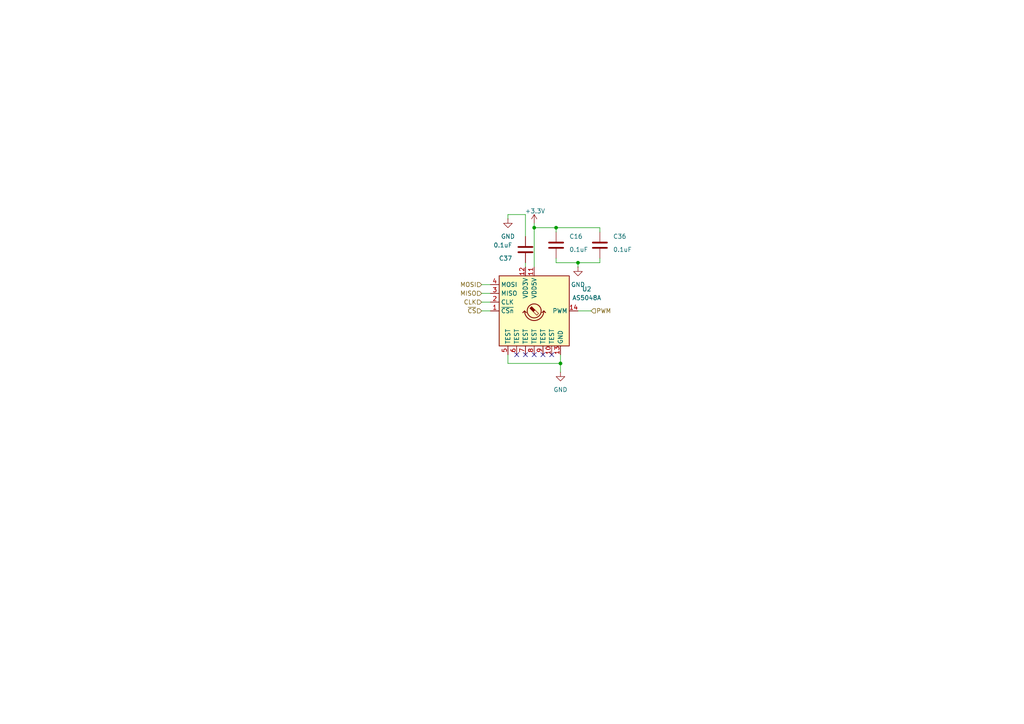
<source format=kicad_sch>
(kicad_sch (version 20231120) (generator "eeschema") (generator_version "8.0")
  (paper "A4")
  (lib_symbols
    (symbol "Device:C" (pin_numbers hide) (pin_names (offset 0.254))
      (property "Reference" "C" (at 0.635 2.54 0))
      (property "Value" "C" (at 0.635 -2.54 0))
      (symbol "C_0_1"
        (polyline (pts (xy -2.032 -0.762) (xy 2.032 -0.762)) (stroke (width 0.508)))
        (polyline (pts (xy -2.032 0.762) (xy 2.032 0.762)) (stroke (width 0.508)))
      )
      (symbol "C_1_1"
        (pin passive line (at 0 3.81 270) (length 2.794) (name "~") (number "1"))
        (pin passive line (at 0 -3.81 90) (length 2.794) (name "~") (number "2"))
      )
    )
    (symbol "Sensor_Magnetic:AS5048A"
      (property "Reference" "U" (at -10.16 11.43 0))
      (property "Value" "AS5048A" (at 10.16 11.43 0))
      (symbol "AS5048A_0_1"
        (rectangle (start -10.16 10.16) (end 10.16 -10.16) (stroke (width 0.254)) (fill (type background)))
        (arc (start -2.794 0) (mid 0 -2.7819) (end 2.794 0) (stroke (width 0.254)))
        (polyline (pts (xy -2.794 0) (xy -3.302 -0.508)) (stroke (width 0.254)))
        (polyline (pts (xy -2.794 0) (xy -2.286 -0.508)) (stroke (width 0.254)))
        (polyline (pts (xy 2.794 0) (xy 2.286 -0.508)) (stroke (width 0.254)))
        (polyline (pts (xy 2.794 0) (xy 3.302 -0.508)) (stroke (width 0.254)))
      )
      (symbol "AS5048A_1_1"
        (polyline (pts (xy 0.254 0.254) (xy 1.27 -0.762) (xy 0.762 -1.27) (xy -0.254 -0.254)))
        (polyline (pts (xy -0.762 1.27) (xy 0.254 0.254) (xy -0.254 -0.254) (xy -1.27 0.762) (xy -1.016 1.016) (xy -0.762 1.27) (xy -0.635 1.143)) (fill (type outline)))
        (circle (center 0 0) (radius 2.032) (stroke (width 0.254)))
        (pin input line (at -12.7 0 0) (length 2.54) (name "~{CSn}") (number "1"))
        (pin passive line (at 5.08 -12.7 90) (length 2.54) (name "TEST") (number "10"))
        (pin power_in line (at 0 12.7 270) (length 2.54) (name "VDD5V") (number "11"))
        (pin power_in line (at -2.54 12.7 270) (length 2.54) (name "VDD3V") (number "12"))
        (pin power_in line (at 7.62 -12.7 90) (length 2.54) (name "GND") (number "13"))
        (pin output line (at 12.7 0 180) (length 2.54) (name "PWM") (number "14"))
        (pin input line (at -12.7 2.54 0) (length 2.54) (name "CLK") (number "2"))
        (pin output line (at -12.7 5.08 0) (length 2.54) (name "MISO") (number "3"))
        (pin input line (at -12.7 7.62 0) (length 2.54) (name "MOSI") (number "4"))
        (pin passive line (at -7.62 -12.7 90) (length 2.54) (name "TEST") (number "5"))
        (pin passive line (at -5.08 -12.7 90) (length 2.54) (name "TEST") (number "6"))
        (pin passive line (at -2.54 -12.7 90) (length 2.54) (name "TEST") (number "7"))
        (pin passive line (at 0 -12.7 90) (length 2.54) (name "TEST") (number "8"))
        (pin passive line (at 2.54 -12.7 90) (length 2.54) (name "TEST") (number "9"))
      )
    )
    (symbol "power:+3.3V" (power) (pin_names (offset 0))
      (property "Value" "+3.3V" (at 0 3.556 0))
      (symbol "+3.3V_0_1"
        (polyline (pts (xy -0.762 1.27) (xy 0 2.54)))
        (polyline (pts (xy 0 0) (xy 0 2.54)))
        (polyline (pts (xy 0 2.54) (xy 0.762 1.27)))
      )
      (symbol "+3.3V_1_1"
        (pin power_in line (at 0 0 90) (length 0) hide (name "+3.3V") (number "1"))
      )
    )
    (symbol "power:GND" (power) (pin_numbers hide) (pin_names (offset 0) hide)
      (property "Value" "GND" (at 0 -3.81 0))
      (symbol "GND_0_1"
        (polyline (pts (xy 0 0) (xy 0 -1.27) (xy 1.27 -1.27) (xy 0 -2.54) (xy -1.27 -1.27) (xy 0 -1.27)))
      )
      (symbol "GND_1_1"
        (pin power_in line (at 0 0 270) (length 0) (name "~") (number "1"))
      )
    )
  )
  (junction (at 162.56 105.41))
  (junction (at 167.64 76.2))
  (junction (at 154.94 66.04))
  (junction (at 161.29 66.04))
  (no_connect (at 154.94 102.87))
  (no_connect (at 160.02 102.87))
  (no_connect (at 149.86 102.87))
  (no_connect (at 152.4 102.87))
  (no_connect (at 157.48 102.87))
  (wire (pts (xy 139.7 82.55) (xy 142.24 82.55)))
  (wire (pts (xy 154.94 66.04) (xy 154.94 77.47)))
  (wire (pts (xy 154.94 66.04) (xy 161.29 66.04)))
  (wire (pts (xy 147.32 102.87) (xy 147.32 105.41)))
  (wire (pts (xy 173.99 76.2) (xy 173.99 74.93)))
  (wire (pts (xy 167.64 90.17) (xy 171.45 90.17)))
  (wire (pts (xy 162.56 105.41) (xy 162.56 107.95)))
  (wire (pts (xy 161.29 66.04) (xy 173.99 66.04)))
  (wire (pts (xy 139.7 90.17) (xy 142.24 90.17)))
  (wire (pts (xy 167.64 76.2) (xy 173.99 76.2)))
  (wire (pts (xy 167.64 76.2) (xy 167.64 77.47)))
  (wire (pts (xy 161.29 76.2) (xy 167.64 76.2)))
  (wire (pts (xy 139.7 85.09) (xy 142.24 85.09)))
  (wire (pts (xy 161.29 66.04) (xy 161.29 67.31)))
  (wire (pts (xy 173.99 66.04) (xy 173.99 67.31)))
  (wire (pts (xy 147.32 105.41) (xy 162.56 105.41)))
  (wire (pts (xy 147.32 62.23) (xy 152.4 62.23)))
  (wire (pts (xy 152.4 76.2) (xy 152.4 77.47)))
  (wire (pts (xy 152.4 62.23) (xy 152.4 68.58)))
  (wire (pts (xy 139.7 87.63) (xy 142.24 87.63)))
  (wire (pts (xy 162.56 102.87) (xy 162.56 105.41)))
  (wire (pts (xy 154.94 64.77) (xy 154.94 66.04)))
  (wire (pts (xy 161.29 74.93) (xy 161.29 76.2)))
  (wire (pts (xy 147.32 63.5) (xy 147.32 62.23)))
  (hierarchical_label "PWM" (shape input) (at 171.45 90.17 0))
  (hierarchical_label "~{CS}" (shape input) (at 139.7 90.17 180))
  (hierarchical_label "CLK" (shape input) (at 139.7 87.63 180))
  (hierarchical_label "MOSI" (shape input) (at 139.7 82.55 180))
  (hierarchical_label "MISO" (shape input) (at 139.7 85.09 180))
  (symbol (lib_id "Device:C") (at 161.29 71.12 0) (unit 1)
    (property "Reference" "C16" (at 165.1 68.5799 0) (effects (justify left)))
    (property "Value" "0.1uF" (at 165.1 72.3899 0) (effects (justify left)))
    (property "Footprint" "Capacitor_SMD:C_0603_1608Metric" (effects (hide yes)))
    (property "Description" "Unpolarized capacitor" (effects (hide yes)))
  )
  (symbol (lib_id "Device:C") (at 173.99 71.12 0) (unit 1)
    (property "Reference" "C36" (at 177.8 68.5799 0) (effects (justify left)))
    (property "Value" "0.1uF" (at 177.8 72.3899 0) (effects (justify left)))
    (property "Footprint" "Capacitor_SMD:C_0603_1608Metric" (effects (hide yes)))
    (property "Description" "Unpolarized capacitor" (effects (hide yes)))
  )
  (symbol (lib_id "Sensor_Magnetic:AS5048A") (at 154.94 90.17 0) (unit 1)
    (property "Reference" "U2" (at 170.18 83.8514 0))
    (property "Value" "AS5048A" (at 170.18 86.3914 0))
    (property "Footprint" "Package_SO:TSSOP-14_4.4x5mm_P0.65mm" (effects (hide yes)))
    (property "Datasheet" "https://ams.com/documents/20143/36005/AS5048_DS000298_4-00.pdf" (effects (hide yes)))
    (property "Description" "Magnetic position sensor, 14-bit, PWM output, SPI Interface, TSSOP-14" (effects (hide yes)))
  )
  (symbol (lib_id "power:GND") (at 162.56 107.95 0) (unit 1)
    (property "Reference" "#PWR030" (effects (hide yes)))
    (property "Value" "GND" (at 162.56 113.03 0))
    (property "Description" "Power symbol creates a global label with name \"GND\" , ground" (effects (hide yes)))
  )
  (symbol (lib_id "Device:C") (at 152.4 72.39 180) (unit 1)
    (property "Reference" "C37" (at 148.59 74.9301 0) (effects (justify left)))
    (property "Value" "0.1uF" (at 148.59 71.1201 0) (effects (justify left)))
    (property "Footprint" "Capacitor_SMD:C_0603_1608Metric" (effects (hide yes)))
    (property "Description" "Unpolarized capacitor" (effects (hide yes)))
  )
  (symbol (lib_id "power:+3.3V") (at 154.94 64.77 0) (unit 1)
    (property "Reference" "#PWR027" (effects (hide yes)))
    (property "Value" "+3.3V" (at 155.194 61.214 0))
  )
  (symbol (lib_id "power:GND") (at 147.32 63.5 0) (unit 1)
    (property "Reference" "#PWR029" (effects (hide yes)))
    (property "Value" "GND" (at 147.32 68.58 0))
    (property "Description" "Power symbol creates a global label with name \"GND\" , ground" (effects (hide yes)))
  )
  (symbol (lib_id "power:GND") (at 167.64 77.47 0) (unit 1)
    (property "Reference" "#PWR028" (effects (hide yes)))
    (property "Value" "GND" (at 167.64 82.55 0))
    (property "Description" "Power symbol creates a global label with name \"GND\" , ground" (effects (hide yes)))
  )
)
</source>
